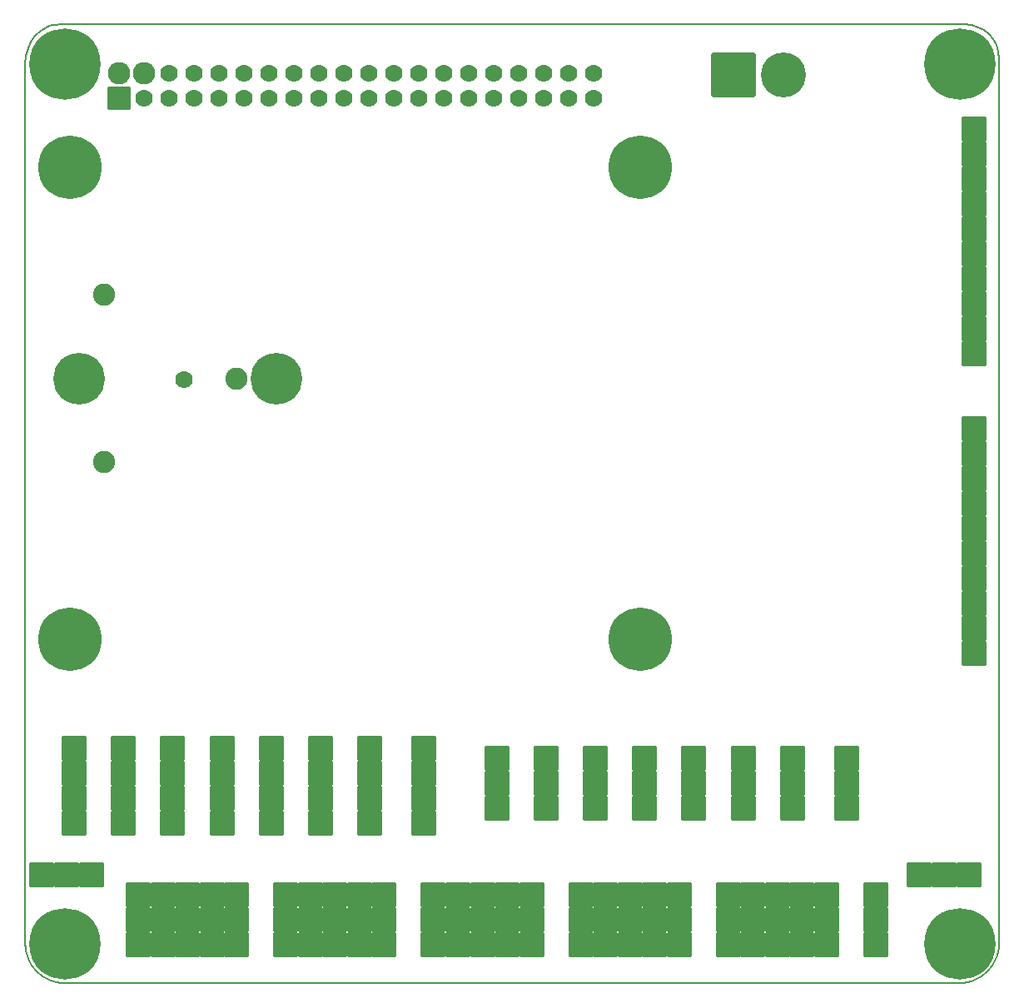
<source format=gbr>
G04 PROTEUS RS274X GERBER FILE*
%FSLAX45Y45*%
%MOMM*%
G01*
%ADD31C,1.778000*%
%ADD32C,6.454000*%
%AMPPAD027*
4,1,48,
-0.952500,1.206500,
0.952500,1.206500,
0.978900,1.205220,
1.004430,1.201450,
1.028990,1.195300,
1.074720,1.176370,
1.115150,1.149340,
1.149340,1.115140,
1.176360,1.074720,
1.195300,1.028990,
1.201450,1.004430,
1.205220,0.978900,
1.206500,0.952500,
1.206500,-0.952500,
1.205220,-0.978900,
1.201450,-1.004430,
1.195300,-1.028990,
1.176360,-1.074720,
1.149340,-1.115140,
1.115150,-1.149340,
1.074720,-1.176370,
1.028990,-1.195300,
1.004430,-1.201450,
0.978900,-1.205220,
0.952500,-1.206500,
-0.952500,-1.206500,
-0.978900,-1.205220,
-1.004430,-1.201450,
-1.028990,-1.195300,
-1.074720,-1.176370,
-1.115150,-1.149340,
-1.149340,-1.115140,
-1.176360,-1.074720,
-1.195300,-1.028990,
-1.201450,-1.004430,
-1.205220,-0.978900,
-1.206500,-0.952500,
-1.206500,0.952500,
-1.205220,0.978900,
-1.201450,1.004430,
-1.195300,1.028990,
-1.176360,1.074720,
-1.149340,1.115140,
-1.115150,1.149340,
-1.074720,1.176370,
-1.028990,1.195300,
-1.004430,1.201450,
-0.978900,1.205220,
-0.952500,1.206500,
0*%
%ADD33PPAD027*%
%ADD34C,2.286000*%
%ADD35C,5.254000*%
%ADD36C,2.254000*%
%AMPPAD031*
4,1,48,
-1.270000,-1.016000,
-1.270000,1.016000,
-1.268720,1.042400,
-1.264950,1.067930,
-1.258800,1.092490,
-1.239870,1.138220,
-1.212840,1.178650,
-1.178640,1.212840,
-1.138220,1.239860,
-1.092490,1.258800,
-1.067930,1.264950,
-1.042400,1.268720,
-1.016000,1.270000,
1.016000,1.270000,
1.042400,1.268720,
1.067930,1.264950,
1.092490,1.258800,
1.138220,1.239860,
1.178640,1.212840,
1.212840,1.178650,
1.239870,1.138220,
1.258800,1.092490,
1.264950,1.067930,
1.268720,1.042400,
1.270000,1.016000,
1.270000,-1.016000,
1.268720,-1.042400,
1.264950,-1.067930,
1.258800,-1.092490,
1.239870,-1.138220,
1.212840,-1.178650,
1.178640,-1.212840,
1.138220,-1.239860,
1.092490,-1.258800,
1.067930,-1.264950,
1.042400,-1.268720,
1.016000,-1.270000,
-1.016000,-1.270000,
-1.042400,-1.268720,
-1.067930,-1.264950,
-1.092490,-1.258800,
-1.138220,-1.239860,
-1.178640,-1.212840,
-1.212840,-1.178650,
-1.239870,-1.138220,
-1.258800,-1.092490,
-1.264950,-1.067930,
-1.268720,-1.042400,
-1.270000,-1.016000,
0*%
%ADD37PPAD031*%
%ADD38C,7.254000*%
%AMPPAD040*
4,1,48,
-1.905000,2.286000,
1.905000,2.286000,
1.944600,2.284080,
1.982900,2.278420,
2.054940,2.256610,
2.119730,2.221960,
2.175870,2.175870,
2.221960,2.119730,
2.256610,2.054940,
2.269210,2.019740,
2.278420,1.982900,
2.284080,1.944600,
2.286000,1.905000,
2.286000,-1.905000,
2.284080,-1.944600,
2.278420,-1.982900,
2.269210,-2.019740,
2.256610,-2.054940,
2.221960,-2.119730,
2.175870,-2.175870,
2.119730,-2.221960,
2.054940,-2.256610,
1.982900,-2.278420,
1.944600,-2.284080,
1.905000,-2.286000,
-1.905000,-2.286000,
-1.944600,-2.284080,
-1.982900,-2.278420,
-2.054940,-2.256610,
-2.119730,-2.221960,
-2.175870,-2.175870,
-2.221960,-2.119730,
-2.256610,-2.054940,
-2.269210,-2.019740,
-2.278420,-1.982900,
-2.284080,-1.944600,
-2.286000,-1.905000,
-2.286000,1.905000,
-2.284080,1.944600,
-2.278420,1.982900,
-2.269210,2.019740,
-2.256610,2.054940,
-2.221960,2.119730,
-2.175870,2.175870,
-2.119730,2.221960,
-2.054940,2.256610,
-1.982900,2.278420,
-1.944600,2.284080,
-1.905000,2.286000,
0*%
%ADD46PPAD040*%
%ADD47C,4.572000*%
%AMPPAD042*
4,1,48,
-1.016000,1.270000,
1.016000,1.270000,
1.042400,1.268720,
1.067930,1.264950,
1.092490,1.258800,
1.138220,1.239870,
1.178650,1.212840,
1.212840,1.178640,
1.239860,1.138220,
1.258800,1.092490,
1.264950,1.067930,
1.268720,1.042400,
1.270000,1.016000,
1.270000,-1.016000,
1.268720,-1.042400,
1.264950,-1.067930,
1.258800,-1.092490,
1.239860,-1.138220,
1.212840,-1.178640,
1.178650,-1.212840,
1.138220,-1.239870,
1.092490,-1.258800,
1.067930,-1.264950,
1.042400,-1.268720,
1.016000,-1.270000,
-1.016000,-1.270000,
-1.042400,-1.268720,
-1.067930,-1.264950,
-1.092490,-1.258800,
-1.138220,-1.239870,
-1.178650,-1.212840,
-1.212840,-1.178640,
-1.239860,-1.138220,
-1.258800,-1.092490,
-1.264950,-1.067930,
-1.268720,-1.042400,
-1.270000,-1.016000,
-1.270000,1.016000,
-1.268720,1.042400,
-1.264950,1.067930,
-1.258800,1.092490,
-1.239860,1.138220,
-1.212840,1.178640,
-1.178650,1.212840,
-1.138220,1.239870,
-1.092490,1.258800,
-1.067930,1.264950,
-1.042400,1.268720,
-1.016000,1.270000,
0*%
%ADD48PPAD042*%
%ADD72C,0.203200*%
D31*
X+1665402Y-3660000D03*
D32*
X+500000Y-1500000D03*
X+6300000Y-1500000D03*
X+6300000Y-6300000D03*
X+500000Y-6300000D03*
D33*
X+1000000Y-804000D03*
D31*
X+1254000Y-804000D03*
X+1508000Y-804000D03*
X+1762000Y-804000D03*
X+2016000Y-804000D03*
X+2270000Y-804000D03*
X+2524000Y-804000D03*
X+2778000Y-804000D03*
X+3032000Y-804000D03*
X+3286000Y-804000D03*
X+3540000Y-804000D03*
X+3794000Y-804000D03*
X+4048000Y-804000D03*
X+4302000Y-804000D03*
X+4556000Y-804000D03*
X+4810000Y-804000D03*
X+5064000Y-804000D03*
X+5318000Y-804000D03*
X+5572000Y-804000D03*
X+5826000Y-804000D03*
X+5826000Y-550000D03*
X+5572000Y-550000D03*
X+5318000Y-550000D03*
X+5064000Y-550000D03*
X+4810000Y-550000D03*
X+4556000Y-550000D03*
X+4302000Y-550000D03*
X+4048000Y-550000D03*
X+3794000Y-550000D03*
X+3540000Y-550000D03*
X+3286000Y-550000D03*
X+3032000Y-550000D03*
X+2778000Y-550000D03*
X+2524000Y-550000D03*
X+2270000Y-550000D03*
X+2016000Y-550000D03*
X+1762000Y-550000D03*
X+1508000Y-550000D03*
D34*
X+1254000Y-550000D03*
X+1000000Y-550000D03*
D35*
X+2600000Y-3650000D03*
D36*
X+850000Y-2800000D03*
X+850000Y-4500000D03*
X+2200000Y-3650000D03*
D35*
X+600000Y-3650000D03*
D37*
X+548458Y-8171500D03*
X+548458Y-7917500D03*
X+548458Y-7663500D03*
X+548458Y-7409500D03*
X+1048458Y-8171500D03*
X+1048458Y-7917500D03*
X+1048458Y-7663500D03*
X+1048458Y-7409500D03*
X+1548458Y-8171500D03*
X+1548458Y-7917500D03*
X+1548458Y-7663500D03*
X+1548458Y-7409500D03*
X+2048458Y-8171500D03*
X+2048458Y-7917500D03*
X+2048458Y-7663500D03*
X+2048458Y-7409500D03*
X+2548458Y-8171500D03*
X+2548458Y-7917500D03*
X+2548458Y-7663500D03*
X+2548458Y-7409500D03*
X+3048458Y-8171500D03*
X+3048458Y-7917500D03*
X+3048458Y-7663500D03*
X+3048458Y-7409500D03*
X+3548458Y-8171500D03*
X+3548458Y-7917500D03*
X+3548458Y-7663500D03*
X+3548458Y-7409500D03*
X+4098458Y-8171500D03*
X+4098458Y-7917500D03*
X+4098458Y-7663500D03*
X+4098458Y-7409500D03*
X+4848458Y-8021500D03*
X+4848458Y-7767500D03*
X+4848458Y-7513500D03*
X+5348458Y-8021500D03*
X+5348458Y-7767500D03*
X+5348458Y-7513500D03*
X+5848458Y-8021500D03*
X+5848458Y-7767500D03*
X+5848458Y-7513500D03*
X+6348458Y-8021500D03*
X+6348458Y-7767500D03*
X+6348458Y-7513500D03*
X+6848458Y-8021500D03*
X+6848458Y-7767500D03*
X+6848458Y-7513500D03*
X+7348458Y-8021500D03*
X+7348458Y-7767500D03*
X+7348458Y-7513500D03*
X+7848458Y-8021500D03*
X+7848458Y-7767500D03*
X+7848458Y-7513500D03*
X+8398458Y-8021500D03*
X+8398458Y-7767500D03*
X+8398458Y-7513500D03*
X+1198458Y-9413500D03*
X+1198458Y-9159500D03*
X+1198458Y-8905500D03*
X+1448458Y-9413500D03*
X+1448458Y-9159500D03*
X+1448458Y-8905500D03*
X+1698458Y-9413500D03*
X+1698458Y-9159500D03*
X+1698458Y-8905500D03*
X+1948458Y-9413500D03*
X+1948458Y-9159500D03*
X+1948458Y-8905500D03*
X+2198458Y-9413500D03*
X+2198458Y-9159500D03*
X+2198458Y-8905500D03*
X+2698458Y-9413500D03*
X+2698458Y-9159500D03*
X+2698458Y-8905500D03*
X+2948458Y-9413500D03*
X+2948458Y-9159500D03*
X+2948458Y-8905500D03*
X+3198458Y-9413500D03*
X+3198458Y-9159500D03*
X+3198458Y-8905500D03*
X+3448458Y-9413500D03*
X+3448458Y-9159500D03*
X+3448458Y-8905500D03*
X+3698458Y-9413500D03*
X+3698458Y-9159500D03*
X+3698458Y-8905500D03*
X+4198458Y-9413500D03*
X+4198458Y-9159500D03*
X+4198458Y-8905500D03*
X+4448458Y-9413500D03*
X+4448458Y-9159500D03*
X+4448458Y-8905500D03*
X+4698458Y-9413500D03*
X+4698458Y-9159500D03*
X+4698458Y-8905500D03*
X+4948458Y-9413500D03*
X+4948458Y-9159500D03*
X+4948458Y-8905500D03*
X+5198458Y-9413500D03*
X+5198458Y-9159500D03*
X+5198458Y-8905500D03*
X+5698458Y-9413500D03*
X+5698458Y-9159500D03*
X+5698458Y-8905500D03*
X+5948458Y-9413500D03*
X+5948458Y-9159500D03*
X+5948458Y-8905500D03*
X+6198458Y-9413500D03*
X+6198458Y-9159500D03*
X+6198458Y-8905500D03*
X+6448458Y-9413500D03*
X+6448458Y-9159500D03*
X+6448458Y-8905500D03*
X+6698458Y-9413500D03*
X+6698458Y-9159500D03*
X+6698458Y-8905500D03*
X+7198458Y-9413500D03*
X+7198458Y-9159500D03*
X+7198458Y-8905500D03*
X+7448458Y-9413500D03*
X+7448458Y-9159500D03*
X+7448458Y-8905500D03*
X+7698458Y-9413500D03*
X+7698458Y-9159500D03*
X+7698458Y-8905500D03*
X+7948458Y-9413500D03*
X+7948458Y-9159500D03*
X+7948458Y-8905500D03*
X+8198458Y-9413500D03*
X+8198458Y-9159500D03*
X+8198458Y-8905500D03*
X+8698458Y-9413500D03*
X+8698458Y-9159500D03*
X+8698458Y-8905500D03*
X+9700000Y-3400000D03*
X+9700000Y-3146000D03*
X+9700000Y-2892000D03*
X+9700000Y-2638000D03*
X+9700000Y-2384000D03*
X+9700000Y-2130000D03*
X+9700000Y-1876000D03*
X+9700000Y-1622000D03*
X+9700000Y-1368000D03*
X+9700000Y-1114000D03*
X+9700000Y-6450000D03*
X+9700000Y-6196000D03*
X+9700000Y-5942000D03*
X+9700000Y-5688000D03*
X+9700000Y-5434000D03*
X+9700000Y-5180000D03*
X+9700000Y-4926000D03*
X+9700000Y-4672000D03*
X+9700000Y-4418000D03*
X+9700000Y-4164000D03*
D38*
X+450000Y-450000D03*
X+9550000Y-450000D03*
X+9550000Y-9400000D03*
X+450000Y-9400000D03*
D46*
X+7250000Y-560000D03*
D47*
X+7758000Y-560000D03*
D48*
X+9138458Y-8703500D03*
X+9392458Y-8703500D03*
X+9646458Y-8703500D03*
X+724770Y-8697188D03*
X+470770Y-8697188D03*
X+216770Y-8697188D03*
D72*
X+400000Y-50000D02*
X+9600000Y-50000D01*
X+9950000Y-400000D02*
X+9950000Y-9400000D01*
X+50000Y-9400000D02*
X+50000Y-450000D01*
X+9600000Y-50000D02*
X+9671564Y-56964D01*
X+9737744Y-77002D01*
X+9797259Y-108832D01*
X+9848828Y-151172D01*
X+9891168Y-202740D01*
X+9922998Y-262256D01*
X+9943036Y-328436D01*
X+9950000Y-400000D01*
X+400000Y-50000D02*
X+363625Y-52020D01*
X+328436Y-57959D01*
X+294593Y-67633D01*
X+262256Y-80859D01*
X+202741Y-117236D01*
X+151172Y-165625D01*
X+108832Y-224561D01*
X+77002Y-292578D01*
X+56964Y-368213D01*
X+50000Y-450000D01*
X+450000Y-9800000D02*
X+9550000Y-9800000D01*
X+50000Y-9400000D02*
X+52020Y-9441571D01*
X+57959Y-9481787D01*
X+67633Y-9520465D01*
X+80859Y-9557422D01*
X+97455Y-9592474D01*
X+117236Y-9625439D01*
X+165625Y-9684375D01*
X+224561Y-9732764D01*
X+257526Y-9752545D01*
X+292578Y-9769141D01*
X+329535Y-9782367D01*
X+368213Y-9792041D01*
X+408429Y-9797980D01*
X+450000Y-9800000D01*
X+9550000Y-9800000D02*
X+9591571Y-9797980D01*
X+9631787Y-9792041D01*
X+9670465Y-9782367D01*
X+9707422Y-9769141D01*
X+9742474Y-9752545D01*
X+9775439Y-9732764D01*
X+9834375Y-9684375D01*
X+9882764Y-9625439D01*
X+9902545Y-9592474D01*
X+9919141Y-9557422D01*
X+9932367Y-9520465D01*
X+9942041Y-9481787D01*
X+9947980Y-9441571D01*
X+9950000Y-9400000D01*
M02*

</source>
